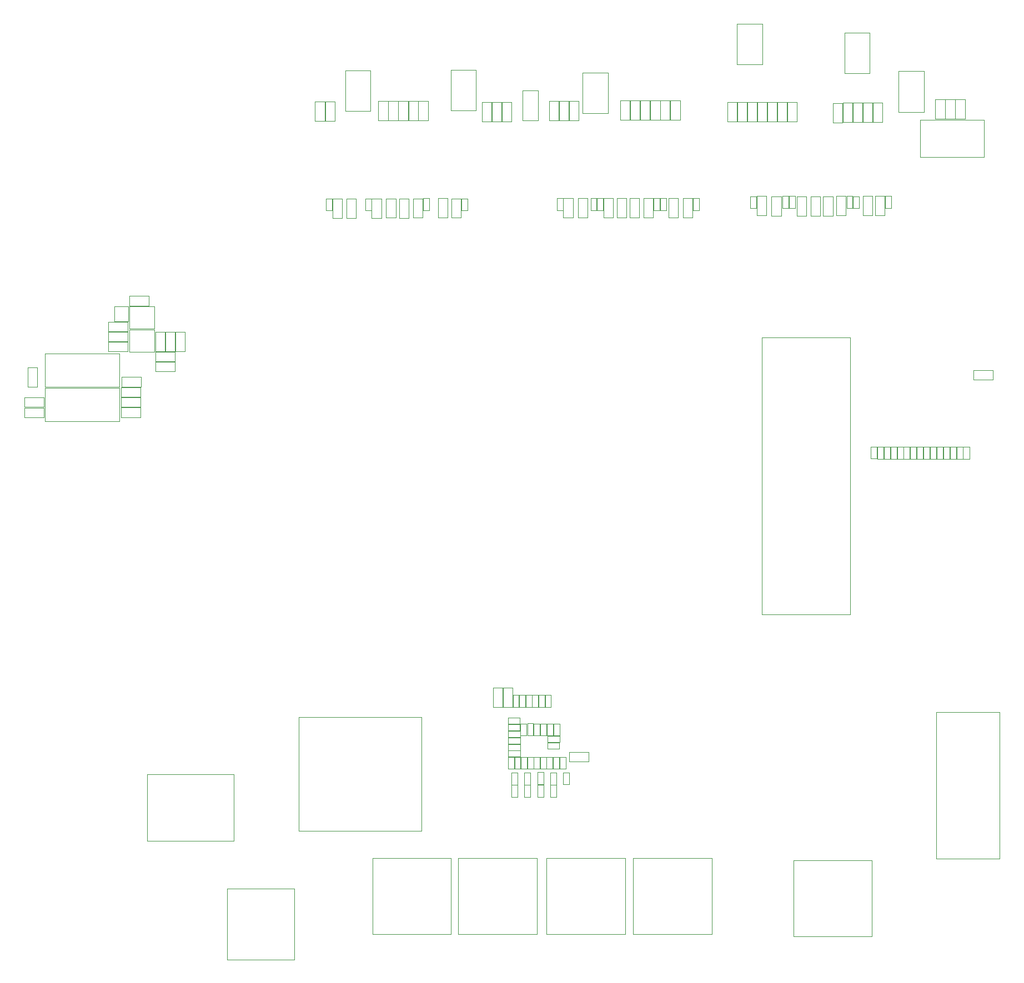
<source format=gbr>
G04 #@! TF.GenerationSoftware,KiCad,Pcbnew,8.0.0-rc1*
G04 #@! TF.CreationDate,2024-04-08T12:56:38+03:00*
G04 #@! TF.ProjectId,MXVR_3566,4d585652-5f33-4353-9636-2e6b69636164,REV1*
G04 #@! TF.SameCoordinates,Original*
G04 #@! TF.FileFunction,Other,User*
%FSLAX46Y46*%
G04 Gerber Fmt 4.6, Leading zero omitted, Abs format (unit mm)*
G04 Created by KiCad (PCBNEW 8.0.0-rc1) date 2024-04-08 12:56:38*
%MOMM*%
%LPD*%
G01*
G04 APERTURE LIST*
%ADD10C,0.050000*%
%ADD11C,0.100000*%
G04 APERTURE END LIST*
D10*
X186620000Y-92780000D02*
X187560000Y-92780000D01*
X186620000Y-94640000D02*
X186620000Y-92780000D01*
X187560000Y-92780000D02*
X187560000Y-94640000D01*
X187560000Y-94640000D02*
X186620000Y-94640000D01*
X138890000Y-54910000D02*
X139810000Y-54910000D01*
X138890000Y-56730000D02*
X138890000Y-54910000D01*
X139810000Y-54910000D02*
X139810000Y-56730000D01*
X139810000Y-56730000D02*
X138890000Y-56730000D01*
X134160000Y-140120000D02*
X135080000Y-140120000D01*
X134160000Y-141940000D02*
X134160000Y-140120000D01*
X135080000Y-140120000D02*
X135080000Y-141940000D01*
X135080000Y-141940000D02*
X134160000Y-141940000D01*
X107720000Y-54920000D02*
X109180000Y-54920000D01*
X107720000Y-57880000D02*
X107720000Y-54920000D01*
X109180000Y-54920000D02*
X109180000Y-57880000D01*
X109180000Y-57880000D02*
X107720000Y-57880000D01*
X115630000Y-54915000D02*
X117090000Y-54915000D01*
X115630000Y-57875000D02*
X115630000Y-54915000D01*
X117090000Y-54915000D02*
X117090000Y-57875000D01*
X117090000Y-57875000D02*
X115630000Y-57875000D01*
X119200000Y-54920000D02*
X120120000Y-54920000D01*
X119200000Y-56740000D02*
X119200000Y-54920000D01*
X120120000Y-54920000D02*
X120120000Y-56740000D01*
X120120000Y-56740000D02*
X119200000Y-56740000D01*
X190650000Y-92790000D02*
X191590000Y-92790000D01*
X190650000Y-94650000D02*
X190650000Y-92790000D01*
X191590000Y-92790000D02*
X191590000Y-94650000D01*
X191590000Y-94650000D02*
X190650000Y-94650000D01*
X195690000Y-92770000D02*
X196630000Y-92770000D01*
X195690000Y-94630000D02*
X195690000Y-92770000D01*
X196630000Y-92770000D02*
X196630000Y-94630000D01*
X196630000Y-94630000D02*
X195690000Y-94630000D01*
X128270000Y-140120000D02*
X129190000Y-140120000D01*
X128270000Y-141940000D02*
X128270000Y-140120000D01*
X129190000Y-140120000D02*
X129190000Y-141940000D01*
X129190000Y-141940000D02*
X128270000Y-141940000D01*
X68537500Y-71370000D02*
X68537500Y-74770000D01*
X68537500Y-74770000D02*
X72377500Y-74770000D01*
X72377500Y-71370000D02*
X68537500Y-71370000D01*
X72377500Y-74770000D02*
X72377500Y-71370000D01*
X68562500Y-74910000D02*
X68562500Y-78310000D01*
X68562500Y-78310000D02*
X72402500Y-78310000D01*
X72402500Y-74910000D02*
X68562500Y-74910000D01*
X72402500Y-78310000D02*
X72402500Y-74910000D01*
X132780000Y-144410000D02*
X133700000Y-144410000D01*
X132780000Y-146230000D02*
X132780000Y-144410000D01*
X133700000Y-144410000D02*
X133700000Y-146230000D01*
X133700000Y-146230000D02*
X132780000Y-146230000D01*
X53040000Y-80700000D02*
X54500000Y-80700000D01*
X53040000Y-83660000D02*
X53040000Y-80700000D01*
X54500000Y-80700000D02*
X54500000Y-83660000D01*
X54500000Y-83660000D02*
X53040000Y-83660000D01*
X104530000Y-54930000D02*
X105450000Y-54930000D01*
X104530000Y-56750000D02*
X104530000Y-54930000D01*
X105450000Y-54930000D02*
X105450000Y-56750000D01*
X105450000Y-56750000D02*
X104530000Y-56750000D01*
X166480000Y-54585000D02*
X167940000Y-54585000D01*
X166480000Y-57545000D02*
X166480000Y-54585000D01*
X167940000Y-54585000D02*
X167940000Y-57545000D01*
X167940000Y-57545000D02*
X166480000Y-57545000D01*
X150770000Y-54915000D02*
X152230000Y-54915000D01*
X150770000Y-57875000D02*
X150770000Y-54915000D01*
X152230000Y-54915000D02*
X152230000Y-57875000D01*
X152230000Y-57875000D02*
X150770000Y-57875000D01*
X144935000Y-39975000D02*
X146395000Y-39975000D01*
X144935000Y-42935000D02*
X144935000Y-39975000D01*
X146395000Y-39975000D02*
X146395000Y-42935000D01*
X146395000Y-42935000D02*
X144935000Y-42935000D01*
X127290000Y-140120000D02*
X128210000Y-140120000D01*
X127290000Y-141940000D02*
X127290000Y-140120000D01*
X128210000Y-140120000D02*
X128210000Y-141940000D01*
X128210000Y-141940000D02*
X127290000Y-141940000D01*
X131240000Y-135020000D02*
X132160000Y-135020000D01*
X131240000Y-136840000D02*
X131240000Y-135020000D01*
X132160000Y-135020000D02*
X132160000Y-136840000D01*
X132160000Y-136840000D02*
X131240000Y-136840000D01*
D11*
X189160000Y-42910000D02*
X198860000Y-42910000D01*
X189160000Y-48610000D02*
X189160000Y-42910000D01*
X198860000Y-42910000D02*
X198860000Y-48610000D01*
X198860000Y-48610000D02*
X189160000Y-48610000D01*
X161205000Y-28290000D02*
X165055000Y-28290000D01*
X161205000Y-34485000D02*
X161205000Y-28290000D01*
X165055000Y-28290000D02*
X165055000Y-34485000D01*
X165055000Y-34485000D02*
X161205000Y-34485000D01*
D10*
X193680000Y-92780000D02*
X194620000Y-92780000D01*
X193680000Y-94640000D02*
X193680000Y-92780000D01*
X194620000Y-92780000D02*
X194620000Y-94640000D01*
X194620000Y-94640000D02*
X193680000Y-94640000D01*
X162800000Y-40240000D02*
X164260000Y-40240000D01*
X162800000Y-43200000D02*
X162800000Y-40240000D01*
X164260000Y-40240000D02*
X164260000Y-43200000D01*
X164260000Y-43200000D02*
X162800000Y-43200000D01*
X185620000Y-92780000D02*
X186560000Y-92780000D01*
X185620000Y-94640000D02*
X185620000Y-92780000D01*
X186560000Y-92780000D02*
X186560000Y-94640000D01*
X186560000Y-94640000D02*
X185620000Y-94640000D01*
X135620000Y-139370000D02*
X138580000Y-139370000D01*
X135620000Y-140830000D02*
X135620000Y-139370000D01*
X138580000Y-139370000D02*
X138580000Y-140830000D01*
X138580000Y-140830000D02*
X135620000Y-140830000D01*
X183610000Y-92780000D02*
X184550000Y-92780000D01*
X183610000Y-94640000D02*
X183610000Y-92780000D01*
X184550000Y-92780000D02*
X184550000Y-94640000D01*
X184550000Y-94640000D02*
X183610000Y-94640000D01*
X144860000Y-54900000D02*
X146320000Y-54900000D01*
X144860000Y-57860000D02*
X144860000Y-54900000D01*
X146320000Y-54900000D02*
X146320000Y-57860000D01*
X146320000Y-57860000D02*
X144860000Y-57860000D01*
X125370000Y-40205000D02*
X126830000Y-40205000D01*
X125370000Y-43165000D02*
X125370000Y-40205000D01*
X126830000Y-40205000D02*
X126830000Y-43165000D01*
X126830000Y-43165000D02*
X125370000Y-43165000D01*
X111110000Y-40090000D02*
X112570000Y-40090000D01*
X111110000Y-43050000D02*
X111110000Y-40090000D01*
X112570000Y-40090000D02*
X112570000Y-43050000D01*
X112570000Y-43050000D02*
X111110000Y-43050000D01*
X128780000Y-144390000D02*
X129720000Y-144390000D01*
X128780000Y-146250000D02*
X128780000Y-144390000D01*
X129720000Y-144390000D02*
X129720000Y-146250000D01*
X129720000Y-146250000D02*
X128780000Y-146250000D01*
X194680000Y-92780000D02*
X195620000Y-92780000D01*
X194680000Y-94640000D02*
X194680000Y-92780000D01*
X195620000Y-92780000D02*
X195620000Y-94640000D01*
X195620000Y-94640000D02*
X194680000Y-94640000D01*
X133270000Y-135030000D02*
X134190000Y-135030000D01*
X133270000Y-136850000D02*
X133270000Y-135030000D01*
X134190000Y-135030000D02*
X134190000Y-136850000D01*
X134190000Y-136850000D02*
X133270000Y-136850000D01*
X167360000Y-40230000D02*
X168820000Y-40230000D01*
X167360000Y-43190000D02*
X167360000Y-40230000D01*
X168820000Y-40230000D02*
X168820000Y-43190000D01*
X168820000Y-43190000D02*
X167360000Y-43190000D01*
X126300000Y-135110000D02*
X128120000Y-135110000D01*
X126300000Y-136030000D02*
X126300000Y-135110000D01*
X128120000Y-135110000D02*
X128120000Y-136030000D01*
X128120000Y-136030000D02*
X126300000Y-136030000D01*
X182270000Y-54570000D02*
X183730000Y-54570000D01*
X182270000Y-57530000D02*
X182270000Y-54570000D01*
X183730000Y-54570000D02*
X183730000Y-57530000D01*
X183730000Y-57530000D02*
X182270000Y-57530000D01*
X126310000Y-140130000D02*
X127230000Y-140130000D01*
X126310000Y-141950000D02*
X126310000Y-140130000D01*
X127230000Y-140130000D02*
X127230000Y-141950000D01*
X127230000Y-141950000D02*
X126310000Y-141950000D01*
X123980000Y-129540000D02*
X125440000Y-129540000D01*
X123980000Y-132500000D02*
X123980000Y-129540000D01*
X125440000Y-129540000D02*
X125440000Y-132500000D01*
X125440000Y-132500000D02*
X123980000Y-132500000D01*
X126290000Y-134120000D02*
X128110000Y-134120000D01*
X126290000Y-135040000D02*
X126290000Y-134120000D01*
X128110000Y-134120000D02*
X128110000Y-135040000D01*
X128110000Y-135040000D02*
X126290000Y-135040000D01*
X169790000Y-167470000D02*
X181790000Y-167470000D01*
X181790000Y-155870000D01*
X169790000Y-155870000D01*
X169790000Y-167470000D01*
X131940000Y-130670000D02*
X132860000Y-130670000D01*
X131940000Y-132490000D02*
X131940000Y-130670000D01*
X132860000Y-130670000D02*
X132860000Y-132490000D01*
X132860000Y-132490000D02*
X131940000Y-132490000D01*
X172420000Y-54590000D02*
X173880000Y-54590000D01*
X172420000Y-57550000D02*
X172420000Y-54590000D01*
X173880000Y-54590000D02*
X173880000Y-57550000D01*
X173880000Y-57550000D02*
X172420000Y-57550000D01*
X181950000Y-40345000D02*
X183410000Y-40345000D01*
X181950000Y-43305000D02*
X181950000Y-40345000D01*
X183410000Y-40345000D02*
X183410000Y-43305000D01*
X183410000Y-43305000D02*
X181950000Y-43305000D01*
X134110000Y-40100000D02*
X135570000Y-40100000D01*
X134110000Y-43060000D02*
X134110000Y-40100000D01*
X135570000Y-40100000D02*
X135570000Y-43060000D01*
X135570000Y-43060000D02*
X134110000Y-43060000D01*
X72555000Y-79840000D02*
X75515000Y-79840000D01*
X72555000Y-81300000D02*
X72555000Y-79840000D01*
X75515000Y-79840000D02*
X75515000Y-81300000D01*
X75515000Y-81300000D02*
X72555000Y-81300000D01*
X75550000Y-75270000D02*
X77010000Y-75270000D01*
X75550000Y-78230000D02*
X75550000Y-75270000D01*
X77010000Y-75270000D02*
X77010000Y-78230000D01*
X77010000Y-78230000D02*
X75550000Y-78230000D01*
X67415000Y-82180000D02*
X70375000Y-82180000D01*
X67415000Y-83640000D02*
X67415000Y-82180000D01*
X70375000Y-82180000D02*
X70375000Y-83640000D01*
X70375000Y-83640000D02*
X67415000Y-83640000D01*
X170300000Y-54590000D02*
X171760000Y-54590000D01*
X170300000Y-57550000D02*
X170300000Y-54590000D01*
X171760000Y-54590000D02*
X171760000Y-57550000D01*
X171760000Y-57550000D02*
X170300000Y-57550000D01*
X72510000Y-75280000D02*
X73970000Y-75280000D01*
X72510000Y-78240000D02*
X72510000Y-75280000D01*
X73970000Y-75280000D02*
X73970000Y-78240000D01*
X73970000Y-78240000D02*
X72510000Y-78240000D01*
X117660000Y-54920000D02*
X119120000Y-54920000D01*
X117660000Y-57880000D02*
X117660000Y-54920000D01*
X119120000Y-54920000D02*
X119120000Y-57880000D01*
X119120000Y-57880000D02*
X117660000Y-57880000D01*
X192980000Y-39815000D02*
X194440000Y-39815000D01*
X192980000Y-42775000D02*
X192980000Y-39815000D01*
X194440000Y-39815000D02*
X194440000Y-42775000D01*
X194440000Y-42775000D02*
X192980000Y-42775000D01*
X161260000Y-40240000D02*
X162720000Y-40240000D01*
X161260000Y-43200000D02*
X161260000Y-40240000D01*
X162720000Y-40240000D02*
X162720000Y-43200000D01*
X162720000Y-43200000D02*
X161260000Y-43200000D01*
X135640000Y-40100000D02*
X137100000Y-40100000D01*
X135640000Y-43060000D02*
X135640000Y-40100000D01*
X137100000Y-40100000D02*
X137100000Y-43060000D01*
X137100000Y-43060000D02*
X135640000Y-43060000D01*
X130960000Y-130670000D02*
X131880000Y-130670000D01*
X130960000Y-132490000D02*
X130960000Y-130670000D01*
X131880000Y-130670000D02*
X131880000Y-132490000D01*
X131880000Y-132490000D02*
X130960000Y-132490000D01*
X52580000Y-85260000D02*
X55540000Y-85260000D01*
X52580000Y-86720000D02*
X52580000Y-85260000D01*
X55540000Y-85260000D02*
X55540000Y-86720000D01*
X55540000Y-86720000D02*
X52580000Y-86720000D01*
X126310000Y-136130000D02*
X128130000Y-136130000D01*
X126310000Y-137050000D02*
X126310000Y-136130000D01*
X128130000Y-136130000D02*
X128130000Y-137050000D01*
X128130000Y-137050000D02*
X126310000Y-137050000D01*
X194500000Y-39815000D02*
X195960000Y-39815000D01*
X194500000Y-42775000D02*
X194500000Y-39815000D01*
X195960000Y-39815000D02*
X195960000Y-42775000D01*
X195960000Y-42775000D02*
X194500000Y-42775000D01*
X140860000Y-54910000D02*
X142320000Y-54910000D01*
X140860000Y-57870000D02*
X140860000Y-54910000D01*
X142320000Y-54910000D02*
X142320000Y-57870000D01*
X142320000Y-57870000D02*
X140860000Y-57870000D01*
X131210000Y-140120000D02*
X132130000Y-140120000D01*
X131210000Y-141940000D02*
X131210000Y-140120000D01*
X132130000Y-140120000D02*
X132130000Y-141940000D01*
X132130000Y-141940000D02*
X131210000Y-141940000D01*
X99540000Y-54930000D02*
X101000000Y-54930000D01*
X99540000Y-57890000D02*
X99540000Y-54930000D01*
X101000000Y-54930000D02*
X101000000Y-57890000D01*
X101000000Y-57890000D02*
X99540000Y-57890000D01*
D11*
X137675000Y-35710000D02*
X141525000Y-35710000D01*
X137675000Y-41905000D02*
X137675000Y-35710000D01*
X141525000Y-35710000D02*
X141525000Y-41905000D01*
X141525000Y-41905000D02*
X137675000Y-41905000D01*
X94400000Y-134060000D02*
X113100000Y-134060000D01*
X94400000Y-151360000D02*
X94400000Y-134060000D01*
X113100000Y-134060000D02*
X113100000Y-151360000D01*
X113100000Y-151360000D02*
X94400000Y-151360000D01*
D10*
X105510000Y-54930000D02*
X106970000Y-54930000D01*
X105510000Y-57890000D02*
X105510000Y-54930000D01*
X106970000Y-54930000D02*
X106970000Y-57890000D01*
X106970000Y-57890000D02*
X105510000Y-57890000D01*
X139870000Y-54910000D02*
X140790000Y-54910000D01*
X139870000Y-56730000D02*
X139870000Y-54910000D01*
X140790000Y-54910000D02*
X140790000Y-56730000D01*
X140790000Y-56730000D02*
X139870000Y-56730000D01*
X128540000Y-38445000D02*
X130840000Y-38445000D01*
X128540000Y-43045000D02*
X128540000Y-38445000D01*
X130840000Y-38445000D02*
X130840000Y-43045000D01*
X130840000Y-43045000D02*
X128540000Y-43045000D01*
X151065000Y-39965000D02*
X152525000Y-39965000D01*
X151065000Y-42925000D02*
X151065000Y-39965000D01*
X152525000Y-39965000D02*
X152525000Y-42925000D01*
X152525000Y-42925000D02*
X151065000Y-42925000D01*
X130800000Y-144380000D02*
X131740000Y-144380000D01*
X130800000Y-146240000D02*
X130800000Y-144380000D01*
X131740000Y-144380000D02*
X131740000Y-146240000D01*
X131740000Y-146240000D02*
X130800000Y-146240000D01*
X188630000Y-92780000D02*
X189570000Y-92780000D01*
X188630000Y-94640000D02*
X188630000Y-92780000D01*
X189570000Y-92780000D02*
X189570000Y-94640000D01*
X189570000Y-94640000D02*
X188630000Y-94640000D01*
X109580000Y-40085000D02*
X111040000Y-40085000D01*
X109580000Y-43045000D02*
X109580000Y-40085000D01*
X111040000Y-40085000D02*
X111040000Y-43045000D01*
X111040000Y-43045000D02*
X109580000Y-43045000D01*
X177380000Y-40345000D02*
X178840000Y-40345000D01*
X177380000Y-43305000D02*
X177380000Y-40345000D01*
X178840000Y-40345000D02*
X178840000Y-43305000D01*
X178840000Y-43305000D02*
X177380000Y-43305000D01*
X175850000Y-40365000D02*
X177310000Y-40365000D01*
X175850000Y-43325000D02*
X175850000Y-40365000D01*
X177310000Y-40365000D02*
X177310000Y-43325000D01*
X177310000Y-43325000D02*
X175850000Y-43325000D01*
X130240000Y-135020000D02*
X131160000Y-135020000D01*
X130240000Y-136840000D02*
X130240000Y-135020000D01*
X131160000Y-135020000D02*
X131160000Y-136840000D01*
X131160000Y-136840000D02*
X130240000Y-136840000D01*
X105610000Y-167170000D02*
X117610000Y-167170000D01*
X117610000Y-155570000D01*
X105610000Y-155570000D01*
X105610000Y-167170000D01*
X109710000Y-54930000D02*
X111170000Y-54930000D01*
X109710000Y-57890000D02*
X109710000Y-54930000D01*
X111170000Y-54930000D02*
X111170000Y-57890000D01*
X111170000Y-57890000D02*
X109710000Y-57890000D01*
X55660000Y-83800000D02*
X67060000Y-83800000D01*
X67060000Y-88900000D01*
X55660000Y-88900000D01*
X55660000Y-83800000D01*
X178860000Y-54600000D02*
X179780000Y-54600000D01*
X178860000Y-56420000D02*
X178860000Y-54600000D01*
X179780000Y-54600000D02*
X179780000Y-56420000D01*
X179780000Y-56420000D02*
X178860000Y-56420000D01*
X163240000Y-54590000D02*
X164160000Y-54590000D01*
X163240000Y-56410000D02*
X163240000Y-54590000D01*
X164160000Y-54590000D02*
X164160000Y-56410000D01*
X164160000Y-56410000D02*
X163240000Y-56410000D01*
X177920000Y-54580000D02*
X178840000Y-54580000D01*
X177920000Y-56400000D02*
X177920000Y-54580000D01*
X178840000Y-54580000D02*
X178840000Y-56400000D01*
X178840000Y-56400000D02*
X177920000Y-56400000D01*
X74030000Y-75270000D02*
X75490000Y-75270000D01*
X74030000Y-78230000D02*
X74030000Y-75270000D01*
X75490000Y-75270000D02*
X75490000Y-78230000D01*
X75490000Y-78230000D02*
X74030000Y-78230000D01*
D11*
X177600000Y-29615000D02*
X181450000Y-29615000D01*
X177600000Y-35810000D02*
X177600000Y-29615000D01*
X181450000Y-29615000D02*
X181450000Y-35810000D01*
X181450000Y-35810000D02*
X177600000Y-35810000D01*
D10*
X142870000Y-54895000D02*
X144330000Y-54895000D01*
X142870000Y-57855000D02*
X142870000Y-54895000D01*
X144330000Y-54895000D02*
X144330000Y-57855000D01*
X144330000Y-57855000D02*
X142870000Y-57855000D01*
X165840000Y-40245000D02*
X167300000Y-40245000D01*
X165840000Y-43205000D02*
X165840000Y-40245000D01*
X167300000Y-40245000D02*
X167300000Y-43205000D01*
X167300000Y-43205000D02*
X165840000Y-43205000D01*
X191650000Y-92780000D02*
X192590000Y-92780000D01*
X191650000Y-94640000D02*
X191650000Y-92780000D01*
X192590000Y-92780000D02*
X192590000Y-94640000D01*
X192590000Y-94640000D02*
X191650000Y-94640000D01*
X72550000Y-78320000D02*
X75510000Y-78320000D01*
X72550000Y-79780000D02*
X72550000Y-78320000D01*
X75510000Y-78320000D02*
X75510000Y-79780000D01*
X75510000Y-79780000D02*
X72550000Y-79780000D01*
X66280000Y-73700000D02*
X66280000Y-71400000D01*
X66280000Y-73700000D02*
X68380000Y-73700000D01*
X68380000Y-71400000D02*
X66280000Y-71400000D01*
X68380000Y-71400000D02*
X68380000Y-73700000D01*
X191609900Y-133265000D02*
X201209900Y-133265000D01*
X191609900Y-155665000D02*
X191609900Y-133265000D01*
X201209900Y-133265000D02*
X201209900Y-155665000D01*
X201209900Y-155665000D02*
X191609900Y-155665000D01*
X187620000Y-92780000D02*
X188560000Y-92780000D01*
X187620000Y-94640000D02*
X187620000Y-92780000D01*
X188560000Y-92780000D02*
X188560000Y-94640000D01*
X188560000Y-94640000D02*
X187620000Y-94640000D01*
X101690000Y-54930000D02*
X103150000Y-54930000D01*
X101690000Y-57890000D02*
X101690000Y-54930000D01*
X103150000Y-54930000D02*
X103150000Y-57890000D01*
X103150000Y-57890000D02*
X101690000Y-57890000D01*
X132770000Y-142490000D02*
X133710000Y-142490000D01*
X132770000Y-144350000D02*
X132770000Y-142490000D01*
X133710000Y-142490000D02*
X133710000Y-144350000D01*
X133710000Y-144350000D02*
X132770000Y-144350000D01*
X164320000Y-40240000D02*
X165780000Y-40240000D01*
X164320000Y-43200000D02*
X164320000Y-40240000D01*
X165780000Y-40240000D02*
X165780000Y-43200000D01*
X165780000Y-43200000D02*
X164320000Y-43200000D01*
X191450000Y-39815000D02*
X192910000Y-39815000D01*
X191450000Y-42775000D02*
X191450000Y-39815000D01*
X192910000Y-39815000D02*
X192910000Y-42775000D01*
X192910000Y-42775000D02*
X191450000Y-42775000D01*
X126790000Y-144400000D02*
X127730000Y-144400000D01*
X126790000Y-146260000D02*
X126790000Y-144400000D01*
X127730000Y-144400000D02*
X127730000Y-146260000D01*
X127730000Y-146260000D02*
X126790000Y-146260000D01*
X176360000Y-54575000D02*
X177820000Y-54575000D01*
X176360000Y-57535000D02*
X176360000Y-54575000D01*
X177820000Y-54575000D02*
X177820000Y-57535000D01*
X177820000Y-57535000D02*
X176360000Y-57535000D01*
X125510000Y-129540000D02*
X126970000Y-129540000D01*
X125510000Y-132500000D02*
X125510000Y-129540000D01*
X126970000Y-129540000D02*
X126970000Y-132500000D01*
X126970000Y-132500000D02*
X125510000Y-132500000D01*
X159740000Y-40230000D02*
X161200000Y-40230000D01*
X159740000Y-43190000D02*
X159740000Y-40230000D01*
X161200000Y-40230000D02*
X161200000Y-43190000D01*
X161200000Y-43190000D02*
X159740000Y-43190000D01*
X128780000Y-142470000D02*
X129720000Y-142470000D01*
X128780000Y-144330000D02*
X128780000Y-142470000D01*
X129720000Y-142470000D02*
X129720000Y-144330000D01*
X129720000Y-144330000D02*
X128780000Y-144330000D01*
X112630000Y-40080000D02*
X114090000Y-40080000D01*
X112630000Y-43040000D02*
X112630000Y-40080000D01*
X114090000Y-40080000D02*
X114090000Y-43040000D01*
X114090000Y-43040000D02*
X112630000Y-43040000D01*
X132580000Y-40085000D02*
X134040000Y-40085000D01*
X132580000Y-43045000D02*
X132580000Y-40085000D01*
X134040000Y-40085000D02*
X134040000Y-43045000D01*
X134040000Y-43045000D02*
X132580000Y-43045000D01*
X146960000Y-54900000D02*
X148420000Y-54900000D01*
X146960000Y-57860000D02*
X146960000Y-54900000D01*
X148420000Y-54900000D02*
X148420000Y-57860000D01*
X148420000Y-57860000D02*
X146960000Y-57860000D01*
X98430000Y-40125000D02*
X99890000Y-40125000D01*
X98430000Y-43085000D02*
X98430000Y-40125000D01*
X99890000Y-40125000D02*
X99890000Y-43085000D01*
X99890000Y-43085000D02*
X98430000Y-43085000D01*
X180430000Y-40345000D02*
X181890000Y-40345000D01*
X180430000Y-43305000D02*
X180430000Y-40345000D01*
X181890000Y-40345000D02*
X181890000Y-43305000D01*
X181890000Y-43305000D02*
X180430000Y-43305000D01*
X152950000Y-54915000D02*
X154410000Y-54915000D01*
X152950000Y-57875000D02*
X152950000Y-54915000D01*
X154410000Y-54915000D02*
X154410000Y-57875000D01*
X154410000Y-57875000D02*
X152950000Y-57875000D01*
X182600000Y-92780000D02*
X183540000Y-92780000D01*
X182600000Y-94640000D02*
X182600000Y-92780000D01*
X183540000Y-92780000D02*
X183540000Y-94640000D01*
X183540000Y-94640000D02*
X182600000Y-94640000D01*
X148005000Y-39980000D02*
X149465000Y-39980000D01*
X148005000Y-42940000D02*
X148005000Y-39980000D01*
X149465000Y-39980000D02*
X149465000Y-42940000D01*
X149465000Y-42940000D02*
X148005000Y-42940000D01*
X134720000Y-54900000D02*
X136180000Y-54900000D01*
X134720000Y-57860000D02*
X134720000Y-54900000D01*
X136180000Y-54900000D02*
X136180000Y-57860000D01*
X136180000Y-57860000D02*
X134720000Y-57860000D01*
X108050000Y-40085000D02*
X109510000Y-40085000D01*
X108050000Y-43045000D02*
X108050000Y-40085000D01*
X109510000Y-40085000D02*
X109510000Y-43045000D01*
X109510000Y-43045000D02*
X108050000Y-43045000D01*
X133170000Y-140120000D02*
X134090000Y-140120000D01*
X133170000Y-141940000D02*
X133170000Y-140120000D01*
X134090000Y-140120000D02*
X134090000Y-141940000D01*
X134090000Y-141940000D02*
X133170000Y-141940000D01*
X127030000Y-130670000D02*
X127950000Y-130670000D01*
X127030000Y-132490000D02*
X127030000Y-130670000D01*
X127950000Y-130670000D02*
X127950000Y-132490000D01*
X127950000Y-132490000D02*
X127030000Y-132490000D01*
X197240000Y-81120000D02*
X200200000Y-81120000D01*
X197240000Y-82580000D02*
X197240000Y-81120000D01*
X200200000Y-81120000D02*
X200200000Y-82580000D01*
X200200000Y-82580000D02*
X197240000Y-82580000D01*
X52580000Y-86850000D02*
X55540000Y-86850000D01*
X52580000Y-88310000D02*
X52580000Y-86850000D01*
X55540000Y-86850000D02*
X55540000Y-88310000D01*
X55540000Y-88310000D02*
X52580000Y-88310000D01*
X67300000Y-85290000D02*
X70260000Y-85290000D01*
X67300000Y-86750000D02*
X67300000Y-85290000D01*
X70260000Y-85290000D02*
X70260000Y-86750000D01*
X70260000Y-86750000D02*
X67300000Y-86750000D01*
X122340000Y-40195000D02*
X123800000Y-40195000D01*
X122340000Y-43155000D02*
X122340000Y-40195000D01*
X123800000Y-40195000D02*
X123800000Y-43155000D01*
X123800000Y-43155000D02*
X122340000Y-43155000D01*
X126310000Y-137160000D02*
X128130000Y-137160000D01*
X126310000Y-138080000D02*
X126310000Y-137160000D01*
X128130000Y-137160000D02*
X128130000Y-138080000D01*
X128130000Y-138080000D02*
X126310000Y-138080000D01*
X154490000Y-54915000D02*
X155410000Y-54915000D01*
X154490000Y-56735000D02*
X154490000Y-54915000D01*
X155410000Y-54915000D02*
X155410000Y-56735000D01*
X155410000Y-56735000D02*
X154490000Y-56735000D01*
X164230000Y-54580000D02*
X165690000Y-54580000D01*
X164230000Y-57540000D02*
X164230000Y-54580000D01*
X165690000Y-54580000D02*
X165690000Y-57540000D01*
X165690000Y-57540000D02*
X164230000Y-57540000D01*
X184620000Y-92770000D02*
X185560000Y-92770000D01*
X184620000Y-94630000D02*
X184620000Y-92770000D01*
X185560000Y-92770000D02*
X185560000Y-94630000D01*
X185560000Y-94630000D02*
X184620000Y-94630000D01*
X174350000Y-54590000D02*
X175810000Y-54590000D01*
X174350000Y-57550000D02*
X174350000Y-54590000D01*
X175810000Y-54590000D02*
X175810000Y-57550000D01*
X175810000Y-57550000D02*
X174350000Y-57550000D01*
X111845000Y-54920000D02*
X113305000Y-54920000D01*
X111845000Y-57880000D02*
X111845000Y-54920000D01*
X113305000Y-54920000D02*
X113305000Y-57880000D01*
X113305000Y-57880000D02*
X111845000Y-57880000D01*
X165034920Y-118380000D02*
X165034920Y-76165000D01*
X178434920Y-76165000D02*
X165034920Y-76165000D01*
X178434920Y-118380000D02*
X165034920Y-118380000D01*
X178434920Y-118380000D02*
X178434920Y-76165000D01*
X169170000Y-54580000D02*
X170090000Y-54580000D01*
X169170000Y-56400000D02*
X169170000Y-54580000D01*
X170090000Y-54580000D02*
X170090000Y-56400000D01*
X170090000Y-56400000D02*
X169170000Y-56400000D01*
D11*
X101460000Y-35430000D02*
X105310000Y-35430000D01*
X101460000Y-41625000D02*
X101460000Y-35430000D01*
X105310000Y-35430000D02*
X105310000Y-41625000D01*
X105310000Y-41625000D02*
X101460000Y-41625000D01*
D10*
X65320000Y-73770000D02*
X68280000Y-73770000D01*
X65320000Y-75230000D02*
X65320000Y-73770000D01*
X68280000Y-73770000D02*
X68280000Y-75230000D01*
X68280000Y-75230000D02*
X65320000Y-75230000D01*
X67315000Y-83750000D02*
X70275000Y-83750000D01*
X67315000Y-85210000D02*
X67315000Y-83750000D01*
X70275000Y-83750000D02*
X70275000Y-85210000D01*
X70275000Y-85210000D02*
X67315000Y-85210000D01*
D11*
X185840000Y-35525000D02*
X189690000Y-35525000D01*
X185840000Y-41720000D02*
X185840000Y-35525000D01*
X189690000Y-35525000D02*
X189690000Y-41720000D01*
X189690000Y-41720000D02*
X185840000Y-41720000D01*
D10*
X96870000Y-40135000D02*
X98330000Y-40135000D01*
X96870000Y-43095000D02*
X96870000Y-40135000D01*
X98330000Y-40135000D02*
X98330000Y-43095000D01*
X98330000Y-43095000D02*
X96870000Y-43095000D01*
X192670000Y-92780000D02*
X193610000Y-92780000D01*
X192670000Y-94640000D02*
X192670000Y-92780000D01*
X193610000Y-92780000D02*
X193610000Y-94640000D01*
X193610000Y-94640000D02*
X192670000Y-94640000D01*
X148500000Y-54900000D02*
X149420000Y-54900000D01*
X148500000Y-56720000D02*
X148500000Y-54900000D01*
X149420000Y-54900000D02*
X149420000Y-56720000D01*
X149420000Y-56720000D02*
X148500000Y-56720000D01*
X129250000Y-140120000D02*
X130170000Y-140120000D01*
X129250000Y-141940000D02*
X129250000Y-140120000D01*
X130170000Y-140120000D02*
X130170000Y-141940000D01*
X130170000Y-141940000D02*
X129250000Y-141940000D01*
X126310000Y-139150000D02*
X128130000Y-139150000D01*
X126310000Y-140070000D02*
X126310000Y-139150000D01*
X128130000Y-139150000D02*
X128130000Y-140070000D01*
X128130000Y-140070000D02*
X126310000Y-140070000D01*
X146475000Y-39980000D02*
X147935000Y-39980000D01*
X146475000Y-42940000D02*
X146475000Y-39980000D01*
X147935000Y-39980000D02*
X147935000Y-42940000D01*
X147935000Y-42940000D02*
X146475000Y-42940000D01*
X145370000Y-167180000D02*
X157370000Y-167180000D01*
X157370000Y-155580000D01*
X145370000Y-155580000D01*
X145370000Y-167180000D01*
X180390000Y-54580000D02*
X181850000Y-54580000D01*
X180390000Y-57540000D02*
X180390000Y-54580000D01*
X181850000Y-54580000D02*
X181850000Y-57540000D01*
X181850000Y-57540000D02*
X180390000Y-57540000D01*
X133740000Y-54900000D02*
X134660000Y-54900000D01*
X133740000Y-56720000D02*
X133740000Y-54900000D01*
X134660000Y-54900000D02*
X134660000Y-56720000D01*
X134660000Y-56720000D02*
X133740000Y-56720000D01*
X126310000Y-138170000D02*
X128130000Y-138170000D01*
X126310000Y-139090000D02*
X126310000Y-138170000D01*
X128130000Y-138170000D02*
X128130000Y-139090000D01*
X128130000Y-139090000D02*
X126310000Y-139090000D01*
X189640000Y-92780000D02*
X190580000Y-92780000D01*
X189640000Y-94640000D02*
X189640000Y-92780000D01*
X190580000Y-92780000D02*
X190580000Y-94640000D01*
X190580000Y-94640000D02*
X189640000Y-94640000D01*
X123850000Y-40200000D02*
X125310000Y-40200000D01*
X123850000Y-43160000D02*
X123850000Y-40200000D01*
X125310000Y-40200000D02*
X125310000Y-43160000D01*
X125310000Y-43160000D02*
X123850000Y-43160000D01*
X143375000Y-39965000D02*
X144835000Y-39965000D01*
X143375000Y-42925000D02*
X143375000Y-39965000D01*
X144835000Y-39965000D02*
X144835000Y-42925000D01*
X144835000Y-42925000D02*
X143375000Y-42925000D01*
X128210000Y-135020000D02*
X129130000Y-135020000D01*
X128210000Y-136840000D02*
X128210000Y-135020000D01*
X129130000Y-135020000D02*
X129130000Y-136840000D01*
X129130000Y-136840000D02*
X128210000Y-136840000D01*
X168910000Y-40230000D02*
X170370000Y-40230000D01*
X168910000Y-43190000D02*
X168910000Y-40230000D01*
X170370000Y-40230000D02*
X170370000Y-43190000D01*
X170370000Y-43190000D02*
X168910000Y-43190000D01*
X67300000Y-86830000D02*
X70260000Y-86830000D01*
X67300000Y-88290000D02*
X67300000Y-86830000D01*
X70260000Y-86830000D02*
X70260000Y-88290000D01*
X70260000Y-88290000D02*
X67300000Y-88290000D01*
X65320000Y-75280000D02*
X68280000Y-75280000D01*
X65320000Y-76740000D02*
X65320000Y-75280000D01*
X68280000Y-75280000D02*
X68280000Y-76740000D01*
X68280000Y-76740000D02*
X65320000Y-76740000D01*
X118700000Y-167140000D02*
X130700000Y-167140000D01*
X130700000Y-155540000D01*
X118700000Y-155540000D01*
X118700000Y-167140000D01*
X132330000Y-136930000D02*
X134150000Y-136930000D01*
X132330000Y-137850000D02*
X132330000Y-136930000D01*
X134150000Y-136930000D02*
X134150000Y-137850000D01*
X134150000Y-137850000D02*
X132330000Y-137850000D01*
X132170000Y-167140000D02*
X144170000Y-167140000D01*
X144170000Y-155540000D01*
X132170000Y-155540000D01*
X132170000Y-167140000D01*
D11*
X117550000Y-35340000D02*
X121400000Y-35340000D01*
X117550000Y-41535000D02*
X117550000Y-35340000D01*
X121400000Y-35340000D02*
X121400000Y-41535000D01*
X121400000Y-41535000D02*
X117550000Y-41535000D01*
D10*
X129010000Y-130670000D02*
X129930000Y-130670000D01*
X129010000Y-132490000D02*
X129010000Y-130670000D01*
X129930000Y-130670000D02*
X129930000Y-132490000D01*
X129930000Y-132490000D02*
X129010000Y-132490000D01*
X134690000Y-142500000D02*
X135610000Y-142500000D01*
X134690000Y-144320000D02*
X134690000Y-142500000D01*
X135610000Y-142500000D02*
X135610000Y-144320000D01*
X135610000Y-144320000D02*
X134690000Y-144320000D01*
X183800000Y-54580000D02*
X184720000Y-54580000D01*
X183800000Y-56400000D02*
X183800000Y-54580000D01*
X184720000Y-54580000D02*
X184720000Y-56400000D01*
X184720000Y-56400000D02*
X183800000Y-56400000D01*
X149525000Y-39965000D02*
X150985000Y-39965000D01*
X149525000Y-42925000D02*
X149525000Y-39965000D01*
X150985000Y-39965000D02*
X150985000Y-42925000D01*
X150985000Y-42925000D02*
X149525000Y-42925000D01*
X68530000Y-69800000D02*
X71490000Y-69800000D01*
X68530000Y-71260000D02*
X68530000Y-69800000D01*
X71490000Y-69800000D02*
X71490000Y-71260000D01*
X71490000Y-71260000D02*
X68530000Y-71260000D01*
X132270000Y-135020000D02*
X133190000Y-135020000D01*
X132270000Y-136840000D02*
X132270000Y-135020000D01*
X133190000Y-135020000D02*
X133190000Y-136840000D01*
X133190000Y-136840000D02*
X132270000Y-136840000D01*
X132190000Y-140120000D02*
X133110000Y-140120000D01*
X132190000Y-141940000D02*
X132190000Y-140120000D01*
X133110000Y-140120000D02*
X133110000Y-141940000D01*
X133110000Y-141940000D02*
X132190000Y-141940000D01*
X130230000Y-140120000D02*
X131150000Y-140120000D01*
X130230000Y-141940000D02*
X130230000Y-140120000D01*
X131150000Y-140120000D02*
X131150000Y-141940000D01*
X131150000Y-141940000D02*
X130230000Y-141940000D01*
X168130000Y-54570000D02*
X169050000Y-54570000D01*
X168130000Y-56390000D02*
X168130000Y-54570000D01*
X169050000Y-54570000D02*
X169050000Y-56390000D01*
X169050000Y-56390000D02*
X168130000Y-56390000D01*
X132300000Y-137930000D02*
X134120000Y-137930000D01*
X132300000Y-138850000D02*
X132300000Y-137930000D01*
X134120000Y-137930000D02*
X134120000Y-138850000D01*
X134120000Y-138850000D02*
X132300000Y-138850000D01*
X130800000Y-142460000D02*
X131740000Y-142460000D01*
X130800000Y-144320000D02*
X130800000Y-142460000D01*
X131740000Y-142460000D02*
X131740000Y-144320000D01*
X131740000Y-144320000D02*
X130800000Y-144320000D01*
X98550000Y-54930000D02*
X99470000Y-54930000D01*
X98550000Y-56750000D02*
X98550000Y-54930000D01*
X99470000Y-54930000D02*
X99470000Y-56750000D01*
X99470000Y-56750000D02*
X98550000Y-56750000D01*
X55682500Y-78547500D02*
X67082500Y-78547500D01*
X67082500Y-83647500D01*
X55682500Y-83647500D01*
X55682500Y-78547500D01*
X83470000Y-160200000D02*
X83470000Y-171000000D01*
X83470000Y-171000000D02*
X93700000Y-171000000D01*
X93700000Y-160200000D02*
X83470000Y-160200000D01*
X93700000Y-171000000D02*
X93700000Y-160200000D01*
X178890000Y-40345000D02*
X180350000Y-40345000D01*
X178890000Y-43305000D02*
X178890000Y-40345000D01*
X180350000Y-40345000D02*
X180350000Y-43305000D01*
X180350000Y-43305000D02*
X178890000Y-43305000D01*
X113370000Y-54910000D02*
X114290000Y-54910000D01*
X113370000Y-56730000D02*
X113370000Y-54910000D01*
X114290000Y-54910000D02*
X114290000Y-56730000D01*
X114290000Y-56730000D02*
X113370000Y-56730000D01*
X65330000Y-76820000D02*
X68290000Y-76820000D01*
X65330000Y-78280000D02*
X65330000Y-76820000D01*
X68290000Y-76820000D02*
X68290000Y-78280000D01*
X68290000Y-78280000D02*
X65330000Y-78280000D01*
X126790000Y-142480000D02*
X127730000Y-142480000D01*
X126790000Y-144340000D02*
X126790000Y-142480000D01*
X127730000Y-142480000D02*
X127730000Y-144340000D01*
X127730000Y-144340000D02*
X126790000Y-144340000D01*
X106520000Y-40080000D02*
X107980000Y-40080000D01*
X106520000Y-43040000D02*
X106520000Y-40080000D01*
X107980000Y-40080000D02*
X107980000Y-43040000D01*
X107980000Y-43040000D02*
X106520000Y-43040000D01*
X181620000Y-92800000D02*
X182540000Y-92800000D01*
X181620000Y-94620000D02*
X181620000Y-92800000D01*
X182540000Y-92800000D02*
X182540000Y-94620000D01*
X182540000Y-94620000D02*
X181620000Y-94620000D01*
X71310000Y-142720000D02*
X71310000Y-152920000D01*
X71310000Y-152920000D02*
X84510000Y-152920000D01*
X84510000Y-142720000D02*
X71310000Y-142720000D01*
X84510000Y-152920000D02*
X84510000Y-142720000D01*
X129980000Y-130670000D02*
X130900000Y-130670000D01*
X129980000Y-132490000D02*
X129980000Y-130670000D01*
X130900000Y-130670000D02*
X130900000Y-132490000D01*
X130900000Y-132490000D02*
X129980000Y-132490000D01*
X136970000Y-54900000D02*
X138430000Y-54900000D01*
X136970000Y-57860000D02*
X136970000Y-54900000D01*
X138430000Y-54900000D02*
X138430000Y-57860000D01*
X138430000Y-57860000D02*
X136970000Y-57860000D01*
X128020000Y-130670000D02*
X128940000Y-130670000D01*
X128020000Y-132490000D02*
X128020000Y-130670000D01*
X128940000Y-130670000D02*
X128940000Y-132490000D01*
X128940000Y-132490000D02*
X128020000Y-132490000D01*
X129230000Y-135010000D02*
X130150000Y-135010000D01*
X129230000Y-136830000D02*
X129230000Y-135010000D01*
X130150000Y-135010000D02*
X130150000Y-136830000D01*
X130150000Y-136830000D02*
X129230000Y-136830000D01*
X149500000Y-54900000D02*
X150420000Y-54900000D01*
X149500000Y-56720000D02*
X149500000Y-54900000D01*
X150420000Y-54900000D02*
X150420000Y-56720000D01*
X150420000Y-56720000D02*
X149500000Y-56720000D01*
M02*

</source>
